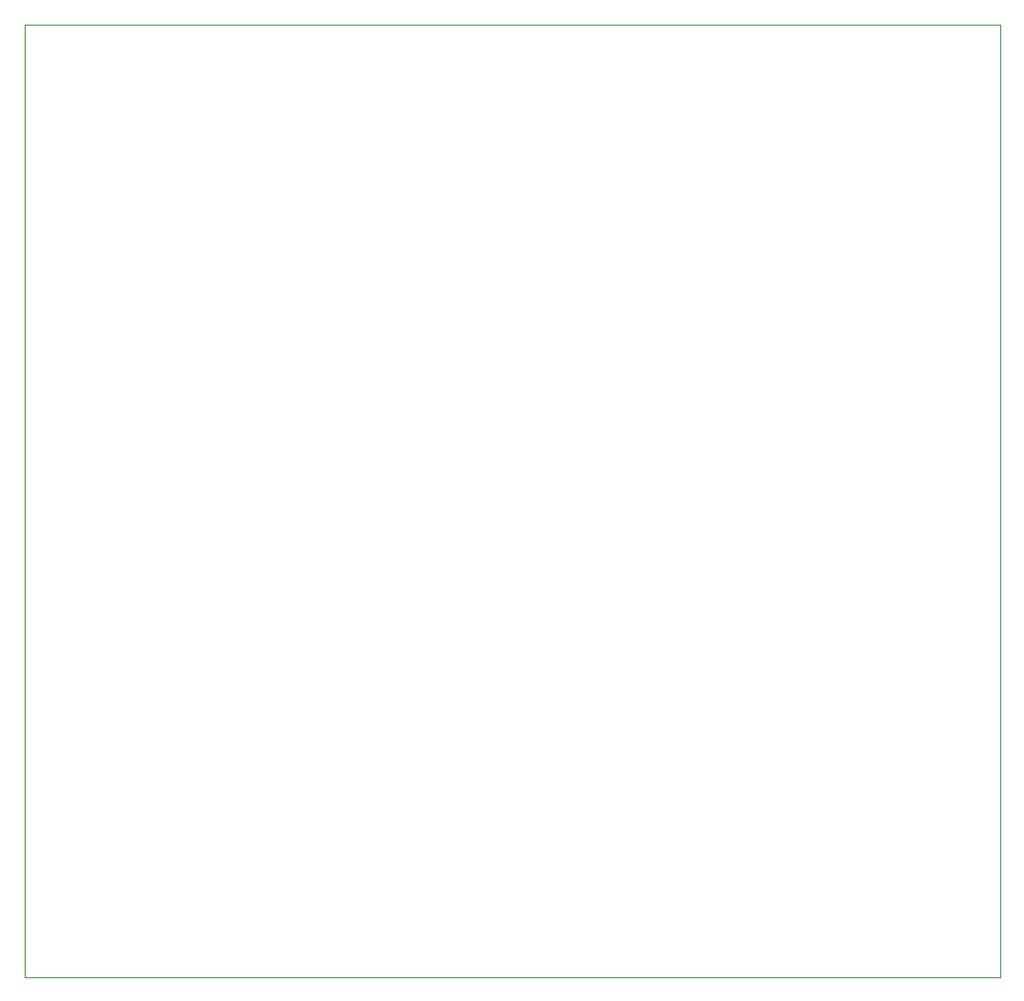
<source format=gbr>
G04 #@! TF.GenerationSoftware,KiCad,Pcbnew,(5.1.5)-3*
G04 #@! TF.CreationDate,2020-03-20T22:20:41-04:00*
G04 #@! TF.ProjectId,PB_16,50425f31-362e-46b6-9963-61645f706362,v2*
G04 #@! TF.SameCoordinates,Original*
G04 #@! TF.FileFunction,Profile,NP*
%FSLAX46Y46*%
G04 Gerber Fmt 4.6, Leading zero omitted, Abs format (unit mm)*
G04 Created by KiCad (PCBNEW (5.1.5)-3) date 2020-03-20 22:20:41*
%MOMM*%
%LPD*%
G04 APERTURE LIST*
%ADD10C,0.050000*%
G04 APERTURE END LIST*
D10*
X250000000Y-36000000D02*
X250000000Y-121000000D01*
X163000000Y-36000000D02*
X250000000Y-36000000D01*
X163000000Y-121000000D02*
X163000000Y-36000000D01*
X250000000Y-121000000D02*
X163000000Y-121000000D01*
M02*

</source>
